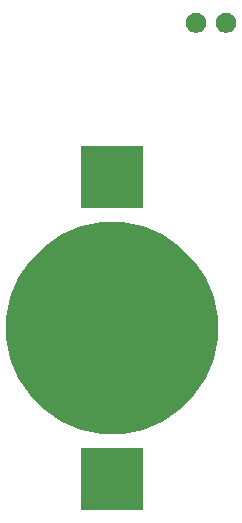
<source format=gbr>
G04 #@! TF.GenerationSoftware,KiCad,Pcbnew,(5.1.6)-1*
G04 #@! TF.CreationDate,2021-05-25T10:57:31+03:00*
G04 #@! TF.ProjectId,parasite,70617261-7369-4746-952e-6b696361645f,1.0.0*
G04 #@! TF.SameCoordinates,Original*
G04 #@! TF.FileFunction,Soldermask,Bot*
G04 #@! TF.FilePolarity,Negative*
%FSLAX46Y46*%
G04 Gerber Fmt 4.6, Leading zero omitted, Abs format (unit mm)*
G04 Created by KiCad (PCBNEW (5.1.6)-1) date 2021-05-25 10:57:31*
%MOMM*%
%LPD*%
G01*
G04 APERTURE LIST*
%ADD10C,0.100000*%
G04 APERTURE END LIST*
D10*
G36*
X69701000Y-70301000D02*
G01*
X64499000Y-70301000D01*
X64499000Y-65099000D01*
X69701000Y-65099000D01*
X69701000Y-70301000D01*
G37*
G36*
X69710909Y-46292981D02*
G01*
X71339887Y-46967726D01*
X71339888Y-46967727D01*
X72805930Y-47947304D01*
X74052696Y-49194070D01*
X74707228Y-50173648D01*
X75032274Y-50660113D01*
X75707019Y-52289091D01*
X76051000Y-54018402D01*
X76051000Y-55781598D01*
X75707019Y-57510909D01*
X75032274Y-59139887D01*
X75032273Y-59139888D01*
X74052696Y-60605930D01*
X72805930Y-61852696D01*
X71826352Y-62507228D01*
X71339887Y-62832274D01*
X69710909Y-63507019D01*
X67981598Y-63851000D01*
X66218402Y-63851000D01*
X64489091Y-63507019D01*
X62860113Y-62832274D01*
X62373648Y-62507228D01*
X61394070Y-61852696D01*
X60147304Y-60605930D01*
X59167727Y-59139888D01*
X59167726Y-59139887D01*
X58492981Y-57510909D01*
X58149000Y-55781598D01*
X58149000Y-54018402D01*
X58492981Y-52289091D01*
X59167726Y-50660113D01*
X59492772Y-50173648D01*
X60147304Y-49194070D01*
X61394070Y-47947304D01*
X62860112Y-46967727D01*
X62860113Y-46967726D01*
X64489091Y-46292981D01*
X66218402Y-45949000D01*
X67981598Y-45949000D01*
X69710909Y-46292981D01*
G37*
G36*
X69701000Y-44701000D02*
G01*
X64499000Y-44701000D01*
X64499000Y-39499000D01*
X69701000Y-39499000D01*
X69701000Y-44701000D01*
G37*
G36*
X76998228Y-28231703D02*
G01*
X77153100Y-28295853D01*
X77292481Y-28388985D01*
X77411015Y-28507519D01*
X77504147Y-28646900D01*
X77568297Y-28801772D01*
X77601000Y-28966184D01*
X77601000Y-29133816D01*
X77568297Y-29298228D01*
X77504147Y-29453100D01*
X77411015Y-29592481D01*
X77292481Y-29711015D01*
X77153100Y-29804147D01*
X76998228Y-29868297D01*
X76833816Y-29901000D01*
X76666184Y-29901000D01*
X76501772Y-29868297D01*
X76346900Y-29804147D01*
X76207519Y-29711015D01*
X76088985Y-29592481D01*
X75995853Y-29453100D01*
X75931703Y-29298228D01*
X75899000Y-29133816D01*
X75899000Y-28966184D01*
X75931703Y-28801772D01*
X75995853Y-28646900D01*
X76088985Y-28507519D01*
X76207519Y-28388985D01*
X76346900Y-28295853D01*
X76501772Y-28231703D01*
X76666184Y-28199000D01*
X76833816Y-28199000D01*
X76998228Y-28231703D01*
G37*
G36*
X74458228Y-28231703D02*
G01*
X74613100Y-28295853D01*
X74752481Y-28388985D01*
X74871015Y-28507519D01*
X74964147Y-28646900D01*
X75028297Y-28801772D01*
X75061000Y-28966184D01*
X75061000Y-29133816D01*
X75028297Y-29298228D01*
X74964147Y-29453100D01*
X74871015Y-29592481D01*
X74752481Y-29711015D01*
X74613100Y-29804147D01*
X74458228Y-29868297D01*
X74293816Y-29901000D01*
X74126184Y-29901000D01*
X73961772Y-29868297D01*
X73806900Y-29804147D01*
X73667519Y-29711015D01*
X73548985Y-29592481D01*
X73455853Y-29453100D01*
X73391703Y-29298228D01*
X73359000Y-29133816D01*
X73359000Y-28966184D01*
X73391703Y-28801772D01*
X73455853Y-28646900D01*
X73548985Y-28507519D01*
X73667519Y-28388985D01*
X73806900Y-28295853D01*
X73961772Y-28231703D01*
X74126184Y-28199000D01*
X74293816Y-28199000D01*
X74458228Y-28231703D01*
G37*
M02*

</source>
